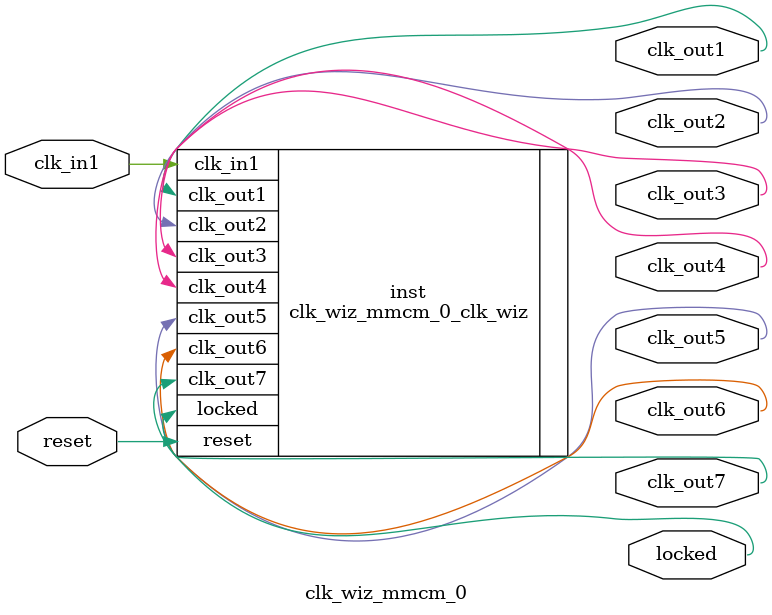
<source format=v>


`timescale 1ps/1ps

(* CORE_GENERATION_INFO = "clk_wiz_mmcm_0,clk_wiz_v6_0_6_0_0,{component_name=clk_wiz_mmcm_0,use_phase_alignment=true,use_min_o_jitter=false,use_max_i_jitter=false,use_dyn_phase_shift=false,use_inclk_switchover=false,use_dyn_reconfig=false,enable_axi=0,feedback_source=FDBK_AUTO,PRIMITIVE=MMCM,num_out_clk=7,clkin1_period=10.000,clkin2_period=10.000,use_power_down=false,use_reset=true,use_locked=true,use_inclk_stopped=false,feedback_type=SINGLE,CLOCK_MGR_TYPE=NA,manual_override=false}" *)

module clk_wiz_mmcm_0 
 (
  // Clock out ports
  output        clk_out1,
  output        clk_out2,
  output        clk_out3,
  output        clk_out4,
  output        clk_out5,
  output        clk_out6,
  output        clk_out7,
  // Status and control signals
  input         reset,
  output        locked,
 // Clock in ports
  input         clk_in1
 );

  clk_wiz_mmcm_0_clk_wiz inst
  (
  // Clock out ports  
  .clk_out1(clk_out1),
  .clk_out2(clk_out2),
  .clk_out3(clk_out3),
  .clk_out4(clk_out4),
  .clk_out5(clk_out5),
  .clk_out6(clk_out6),
  .clk_out7(clk_out7),
  // Status and control signals               
  .reset(reset), 
  .locked(locked),
 // Clock in ports
  .clk_in1(clk_in1)
  );

endmodule

</source>
